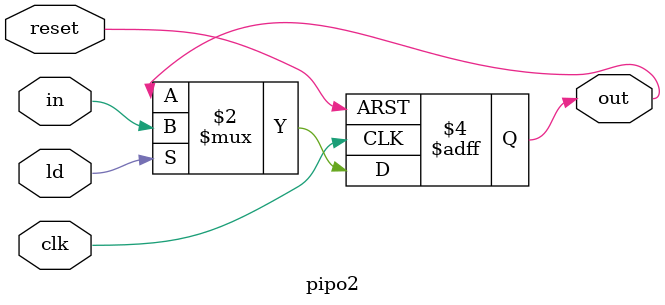
<source format=v>
`timescale 1ns / 1ps


module pipo2(output reg out, input in, input ld,clk,reset);
always @(posedge clk,posedge reset)
begin
    if(reset)
        out <= 0;
    else if(ld)
        out <= in;       
end
endmodule

</source>
